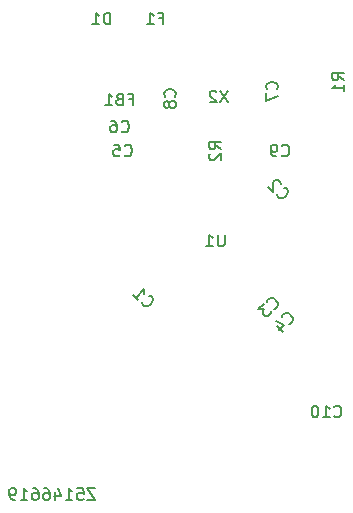
<source format=gbr>
G04 #@! TF.GenerationSoftware,KiCad,Pcbnew,(5.1.10-1-10_14)*
G04 #@! TF.CreationDate,2021-12-12T21:17:35+11:00*
G04 #@! TF.ProjectId,STM32L1_Breakout,53544d33-324c-4315-9f42-7265616b6f75,rev?*
G04 #@! TF.SameCoordinates,Original*
G04 #@! TF.FileFunction,Legend,Bot*
G04 #@! TF.FilePolarity,Positive*
%FSLAX46Y46*%
G04 Gerber Fmt 4.6, Leading zero omitted, Abs format (unit mm)*
G04 Created by KiCad (PCBNEW (5.1.10-1-10_14)) date 2021-12-12 21:17:35*
%MOMM*%
%LPD*%
G01*
G04 APERTURE LIST*
%ADD10C,0.150000*%
G04 APERTURE END LIST*
D10*
X81517666Y-87971380D02*
X80851000Y-87971380D01*
X81517666Y-88971380D01*
X80851000Y-88971380D01*
X79993857Y-87971380D02*
X80470047Y-87971380D01*
X80517666Y-88447571D01*
X80470047Y-88399952D01*
X80374809Y-88352333D01*
X80136714Y-88352333D01*
X80041476Y-88399952D01*
X79993857Y-88447571D01*
X79946238Y-88542809D01*
X79946238Y-88780904D01*
X79993857Y-88876142D01*
X80041476Y-88923761D01*
X80136714Y-88971380D01*
X80374809Y-88971380D01*
X80470047Y-88923761D01*
X80517666Y-88876142D01*
X78993857Y-88971380D02*
X79565285Y-88971380D01*
X79279571Y-88971380D02*
X79279571Y-87971380D01*
X79374809Y-88114238D01*
X79470047Y-88209476D01*
X79565285Y-88257095D01*
X78136714Y-88304714D02*
X78136714Y-88971380D01*
X78374809Y-87923761D02*
X78612904Y-88638047D01*
X77993857Y-88638047D01*
X77184333Y-87971380D02*
X77374809Y-87971380D01*
X77470047Y-88019000D01*
X77517666Y-88066619D01*
X77612904Y-88209476D01*
X77660523Y-88399952D01*
X77660523Y-88780904D01*
X77612904Y-88876142D01*
X77565285Y-88923761D01*
X77470047Y-88971380D01*
X77279571Y-88971380D01*
X77184333Y-88923761D01*
X77136714Y-88876142D01*
X77089095Y-88780904D01*
X77089095Y-88542809D01*
X77136714Y-88447571D01*
X77184333Y-88399952D01*
X77279571Y-88352333D01*
X77470047Y-88352333D01*
X77565285Y-88399952D01*
X77612904Y-88447571D01*
X77660523Y-88542809D01*
X76231952Y-87971380D02*
X76422428Y-87971380D01*
X76517666Y-88019000D01*
X76565285Y-88066619D01*
X76660523Y-88209476D01*
X76708142Y-88399952D01*
X76708142Y-88780904D01*
X76660523Y-88876142D01*
X76612904Y-88923761D01*
X76517666Y-88971380D01*
X76327190Y-88971380D01*
X76231952Y-88923761D01*
X76184333Y-88876142D01*
X76136714Y-88780904D01*
X76136714Y-88542809D01*
X76184333Y-88447571D01*
X76231952Y-88399952D01*
X76327190Y-88352333D01*
X76517666Y-88352333D01*
X76612904Y-88399952D01*
X76660523Y-88447571D01*
X76708142Y-88542809D01*
X75184333Y-88971380D02*
X75755761Y-88971380D01*
X75470047Y-88971380D02*
X75470047Y-87971380D01*
X75565285Y-88114238D01*
X75660523Y-88209476D01*
X75755761Y-88257095D01*
X74708142Y-88971380D02*
X74517666Y-88971380D01*
X74422428Y-88923761D01*
X74374809Y-88876142D01*
X74279571Y-88733285D01*
X74231952Y-88542809D01*
X74231952Y-88161857D01*
X74279571Y-88066619D01*
X74327190Y-88019000D01*
X74422428Y-87971380D01*
X74612904Y-87971380D01*
X74708142Y-88019000D01*
X74755761Y-88066619D01*
X74803380Y-88161857D01*
X74803380Y-88399952D01*
X74755761Y-88495190D01*
X74708142Y-88542809D01*
X74612904Y-88590428D01*
X74422428Y-88590428D01*
X74327190Y-88542809D01*
X74279571Y-88495190D01*
X74231952Y-88399952D01*
X85463312Y-72252389D02*
X85463312Y-72319732D01*
X85530656Y-72454419D01*
X85598000Y-72521763D01*
X85732687Y-72589106D01*
X85867374Y-72589106D01*
X85968389Y-72555435D01*
X86136748Y-72454419D01*
X86237763Y-72353404D01*
X86338778Y-72185045D01*
X86372450Y-72084030D01*
X86372450Y-71949343D01*
X86305106Y-71814656D01*
X86237763Y-71747312D01*
X86103076Y-71679969D01*
X86035732Y-71679969D01*
X84722534Y-71646297D02*
X85126595Y-72050358D01*
X84924564Y-71848328D02*
X85631671Y-71141221D01*
X85598000Y-71309580D01*
X85598000Y-71444267D01*
X85631671Y-71545282D01*
X96893312Y-63108389D02*
X96893312Y-63175732D01*
X96960656Y-63310419D01*
X97028000Y-63377763D01*
X97162687Y-63445106D01*
X97297374Y-63445106D01*
X97398389Y-63411435D01*
X97566748Y-63310419D01*
X97667763Y-63209404D01*
X97768778Y-63041045D01*
X97802450Y-62940030D01*
X97802450Y-62805343D01*
X97735106Y-62670656D01*
X97667763Y-62603312D01*
X97533076Y-62535969D01*
X97465732Y-62535969D01*
X97196358Y-62266595D02*
X97196358Y-62199251D01*
X97162687Y-62098236D01*
X96994328Y-61929877D01*
X96893312Y-61896206D01*
X96825969Y-61896206D01*
X96724954Y-61929877D01*
X96657610Y-61997221D01*
X96590267Y-62131908D01*
X96590267Y-62940030D01*
X96152534Y-62502297D01*
X96636389Y-72778687D02*
X96703732Y-72778687D01*
X96838419Y-72711343D01*
X96905763Y-72644000D01*
X96973106Y-72509312D01*
X96973106Y-72374625D01*
X96939435Y-72273610D01*
X96838419Y-72105251D01*
X96737404Y-72004236D01*
X96569045Y-71903221D01*
X96468030Y-71869549D01*
X96333343Y-71869549D01*
X96198656Y-71936893D01*
X96131312Y-72004236D01*
X96063969Y-72138923D01*
X96063969Y-72206267D01*
X95760923Y-72374625D02*
X95323190Y-72812358D01*
X95828267Y-72846030D01*
X95727251Y-72947045D01*
X95693580Y-73048061D01*
X95693580Y-73115404D01*
X95727251Y-73216419D01*
X95895610Y-73384778D01*
X95996625Y-73418450D01*
X96063969Y-73418450D01*
X96164984Y-73384778D01*
X96367015Y-73182748D01*
X96400687Y-73081732D01*
X96400687Y-73014389D01*
X97906389Y-74048687D02*
X97973732Y-74048687D01*
X98108419Y-73981343D01*
X98175763Y-73914000D01*
X98243106Y-73779312D01*
X98243106Y-73644625D01*
X98209435Y-73543610D01*
X98108419Y-73375251D01*
X98007404Y-73274236D01*
X97839045Y-73173221D01*
X97738030Y-73139549D01*
X97603343Y-73139549D01*
X97468656Y-73206893D01*
X97401312Y-73274236D01*
X97333969Y-73408923D01*
X97333969Y-73476267D01*
X96896236Y-74250717D02*
X97367641Y-74722122D01*
X96795221Y-73812984D02*
X97468656Y-74149702D01*
X97030923Y-74587435D01*
X83986666Y-59793142D02*
X84034285Y-59840761D01*
X84177142Y-59888380D01*
X84272380Y-59888380D01*
X84415238Y-59840761D01*
X84510476Y-59745523D01*
X84558095Y-59650285D01*
X84605714Y-59459809D01*
X84605714Y-59316952D01*
X84558095Y-59126476D01*
X84510476Y-59031238D01*
X84415238Y-58936000D01*
X84272380Y-58888380D01*
X84177142Y-58888380D01*
X84034285Y-58936000D01*
X83986666Y-58983619D01*
X83081904Y-58888380D02*
X83558095Y-58888380D01*
X83605714Y-59364571D01*
X83558095Y-59316952D01*
X83462857Y-59269333D01*
X83224761Y-59269333D01*
X83129523Y-59316952D01*
X83081904Y-59364571D01*
X83034285Y-59459809D01*
X83034285Y-59697904D01*
X83081904Y-59793142D01*
X83129523Y-59840761D01*
X83224761Y-59888380D01*
X83462857Y-59888380D01*
X83558095Y-59840761D01*
X83605714Y-59793142D01*
X83732666Y-57761142D02*
X83780285Y-57808761D01*
X83923142Y-57856380D01*
X84018380Y-57856380D01*
X84161238Y-57808761D01*
X84256476Y-57713523D01*
X84304095Y-57618285D01*
X84351714Y-57427809D01*
X84351714Y-57284952D01*
X84304095Y-57094476D01*
X84256476Y-56999238D01*
X84161238Y-56904000D01*
X84018380Y-56856380D01*
X83923142Y-56856380D01*
X83780285Y-56904000D01*
X83732666Y-56951619D01*
X82875523Y-56856380D02*
X83066000Y-56856380D01*
X83161238Y-56904000D01*
X83208857Y-56951619D01*
X83304095Y-57094476D01*
X83351714Y-57284952D01*
X83351714Y-57665904D01*
X83304095Y-57761142D01*
X83256476Y-57808761D01*
X83161238Y-57856380D01*
X82970761Y-57856380D01*
X82875523Y-57808761D01*
X82827904Y-57761142D01*
X82780285Y-57665904D01*
X82780285Y-57427809D01*
X82827904Y-57332571D01*
X82875523Y-57284952D01*
X82970761Y-57237333D01*
X83161238Y-57237333D01*
X83256476Y-57284952D01*
X83304095Y-57332571D01*
X83351714Y-57427809D01*
X96877142Y-54215833D02*
X96924761Y-54168214D01*
X96972380Y-54025357D01*
X96972380Y-53930119D01*
X96924761Y-53787261D01*
X96829523Y-53692023D01*
X96734285Y-53644404D01*
X96543809Y-53596785D01*
X96400952Y-53596785D01*
X96210476Y-53644404D01*
X96115238Y-53692023D01*
X96020000Y-53787261D01*
X95972380Y-53930119D01*
X95972380Y-54025357D01*
X96020000Y-54168214D01*
X96067619Y-54215833D01*
X95972380Y-54549166D02*
X95972380Y-55215833D01*
X96972380Y-54787261D01*
X88241142Y-54824333D02*
X88288761Y-54776714D01*
X88336380Y-54633857D01*
X88336380Y-54538619D01*
X88288761Y-54395761D01*
X88193523Y-54300523D01*
X88098285Y-54252904D01*
X87907809Y-54205285D01*
X87764952Y-54205285D01*
X87574476Y-54252904D01*
X87479238Y-54300523D01*
X87384000Y-54395761D01*
X87336380Y-54538619D01*
X87336380Y-54633857D01*
X87384000Y-54776714D01*
X87431619Y-54824333D01*
X87764952Y-55395761D02*
X87717333Y-55300523D01*
X87669714Y-55252904D01*
X87574476Y-55205285D01*
X87526857Y-55205285D01*
X87431619Y-55252904D01*
X87384000Y-55300523D01*
X87336380Y-55395761D01*
X87336380Y-55586238D01*
X87384000Y-55681476D01*
X87431619Y-55729095D01*
X87526857Y-55776714D01*
X87574476Y-55776714D01*
X87669714Y-55729095D01*
X87717333Y-55681476D01*
X87764952Y-55586238D01*
X87764952Y-55395761D01*
X87812571Y-55300523D01*
X87860190Y-55252904D01*
X87955428Y-55205285D01*
X88145904Y-55205285D01*
X88241142Y-55252904D01*
X88288761Y-55300523D01*
X88336380Y-55395761D01*
X88336380Y-55586238D01*
X88288761Y-55681476D01*
X88241142Y-55729095D01*
X88145904Y-55776714D01*
X87955428Y-55776714D01*
X87860190Y-55729095D01*
X87812571Y-55681476D01*
X87764952Y-55586238D01*
X97300166Y-59793142D02*
X97347785Y-59840761D01*
X97490642Y-59888380D01*
X97585880Y-59888380D01*
X97728738Y-59840761D01*
X97823976Y-59745523D01*
X97871595Y-59650285D01*
X97919214Y-59459809D01*
X97919214Y-59316952D01*
X97871595Y-59126476D01*
X97823976Y-59031238D01*
X97728738Y-58936000D01*
X97585880Y-58888380D01*
X97490642Y-58888380D01*
X97347785Y-58936000D01*
X97300166Y-58983619D01*
X96823976Y-59888380D02*
X96633500Y-59888380D01*
X96538261Y-59840761D01*
X96490642Y-59793142D01*
X96395404Y-59650285D01*
X96347785Y-59459809D01*
X96347785Y-59078857D01*
X96395404Y-58983619D01*
X96443023Y-58936000D01*
X96538261Y-58888380D01*
X96728738Y-58888380D01*
X96823976Y-58936000D01*
X96871595Y-58983619D01*
X96919214Y-59078857D01*
X96919214Y-59316952D01*
X96871595Y-59412190D01*
X96823976Y-59459809D01*
X96728738Y-59507428D01*
X96538261Y-59507428D01*
X96443023Y-59459809D01*
X96395404Y-59412190D01*
X96347785Y-59316952D01*
X101734857Y-81891142D02*
X101782476Y-81938761D01*
X101925333Y-81986380D01*
X102020571Y-81986380D01*
X102163428Y-81938761D01*
X102258666Y-81843523D01*
X102306285Y-81748285D01*
X102353904Y-81557809D01*
X102353904Y-81414952D01*
X102306285Y-81224476D01*
X102258666Y-81129238D01*
X102163428Y-81034000D01*
X102020571Y-80986380D01*
X101925333Y-80986380D01*
X101782476Y-81034000D01*
X101734857Y-81081619D01*
X100782476Y-81986380D02*
X101353904Y-81986380D01*
X101068190Y-81986380D02*
X101068190Y-80986380D01*
X101163428Y-81129238D01*
X101258666Y-81224476D01*
X101353904Y-81272095D01*
X100163428Y-80986380D02*
X100068190Y-80986380D01*
X99972952Y-81034000D01*
X99925333Y-81081619D01*
X99877714Y-81176857D01*
X99830095Y-81367333D01*
X99830095Y-81605428D01*
X99877714Y-81795904D01*
X99925333Y-81891142D01*
X99972952Y-81938761D01*
X100068190Y-81986380D01*
X100163428Y-81986380D01*
X100258666Y-81938761D01*
X100306285Y-81891142D01*
X100353904Y-81795904D01*
X100401523Y-81605428D01*
X100401523Y-81367333D01*
X100353904Y-81176857D01*
X100306285Y-81081619D01*
X100258666Y-81034000D01*
X100163428Y-80986380D01*
X82780095Y-48712380D02*
X82780095Y-47712380D01*
X82542000Y-47712380D01*
X82399142Y-47760000D01*
X82303904Y-47855238D01*
X82256285Y-47950476D01*
X82208666Y-48140952D01*
X82208666Y-48283809D01*
X82256285Y-48474285D01*
X82303904Y-48569523D01*
X82399142Y-48664761D01*
X82542000Y-48712380D01*
X82780095Y-48712380D01*
X81256285Y-48712380D02*
X81827714Y-48712380D01*
X81542000Y-48712380D02*
X81542000Y-47712380D01*
X81637238Y-47855238D01*
X81732476Y-47950476D01*
X81827714Y-47998095D01*
X86947333Y-48188571D02*
X87280666Y-48188571D01*
X87280666Y-48712380D02*
X87280666Y-47712380D01*
X86804476Y-47712380D01*
X85899714Y-48712380D02*
X86471142Y-48712380D01*
X86185428Y-48712380D02*
X86185428Y-47712380D01*
X86280666Y-47855238D01*
X86375904Y-47950476D01*
X86471142Y-47998095D01*
X84399333Y-55046571D02*
X84732666Y-55046571D01*
X84732666Y-55570380D02*
X84732666Y-54570380D01*
X84256476Y-54570380D01*
X83542190Y-55046571D02*
X83399333Y-55094190D01*
X83351714Y-55141809D01*
X83304095Y-55237047D01*
X83304095Y-55379904D01*
X83351714Y-55475142D01*
X83399333Y-55522761D01*
X83494571Y-55570380D01*
X83875523Y-55570380D01*
X83875523Y-54570380D01*
X83542190Y-54570380D01*
X83446952Y-54618000D01*
X83399333Y-54665619D01*
X83351714Y-54760857D01*
X83351714Y-54856095D01*
X83399333Y-54951333D01*
X83446952Y-54998952D01*
X83542190Y-55046571D01*
X83875523Y-55046571D01*
X82351714Y-55570380D02*
X82923142Y-55570380D01*
X82637428Y-55570380D02*
X82637428Y-54570380D01*
X82732666Y-54713238D01*
X82827904Y-54808476D01*
X82923142Y-54856095D01*
X102560380Y-53427333D02*
X102084190Y-53094000D01*
X102560380Y-52855904D02*
X101560380Y-52855904D01*
X101560380Y-53236857D01*
X101608000Y-53332095D01*
X101655619Y-53379714D01*
X101750857Y-53427333D01*
X101893714Y-53427333D01*
X101988952Y-53379714D01*
X102036571Y-53332095D01*
X102084190Y-53236857D01*
X102084190Y-52855904D01*
X102560380Y-54379714D02*
X102560380Y-53808285D01*
X102560380Y-54094000D02*
X101560380Y-54094000D01*
X101703238Y-53998761D01*
X101798476Y-53903523D01*
X101846095Y-53808285D01*
X92146380Y-59269333D02*
X91670190Y-58936000D01*
X92146380Y-58697904D02*
X91146380Y-58697904D01*
X91146380Y-59078857D01*
X91194000Y-59174095D01*
X91241619Y-59221714D01*
X91336857Y-59269333D01*
X91479714Y-59269333D01*
X91574952Y-59221714D01*
X91622571Y-59174095D01*
X91670190Y-59078857D01*
X91670190Y-58697904D01*
X91241619Y-59650285D02*
X91194000Y-59697904D01*
X91146380Y-59793142D01*
X91146380Y-60031238D01*
X91194000Y-60126476D01*
X91241619Y-60174095D01*
X91336857Y-60221714D01*
X91432095Y-60221714D01*
X91574952Y-60174095D01*
X92146380Y-59602666D01*
X92146380Y-60221714D01*
X92455904Y-66508380D02*
X92455904Y-67317904D01*
X92408285Y-67413142D01*
X92360666Y-67460761D01*
X92265428Y-67508380D01*
X92074952Y-67508380D01*
X91979714Y-67460761D01*
X91932095Y-67413142D01*
X91884476Y-67317904D01*
X91884476Y-66508380D01*
X90884476Y-67508380D02*
X91455904Y-67508380D01*
X91170190Y-67508380D02*
X91170190Y-66508380D01*
X91265428Y-66651238D01*
X91360666Y-66746476D01*
X91455904Y-66794095D01*
X92757523Y-54316380D02*
X92090857Y-55316380D01*
X92090857Y-54316380D02*
X92757523Y-55316380D01*
X91757523Y-54411619D02*
X91709904Y-54364000D01*
X91614666Y-54316380D01*
X91376571Y-54316380D01*
X91281333Y-54364000D01*
X91233714Y-54411619D01*
X91186095Y-54506857D01*
X91186095Y-54602095D01*
X91233714Y-54744952D01*
X91805142Y-55316380D01*
X91186095Y-55316380D01*
M02*

</source>
